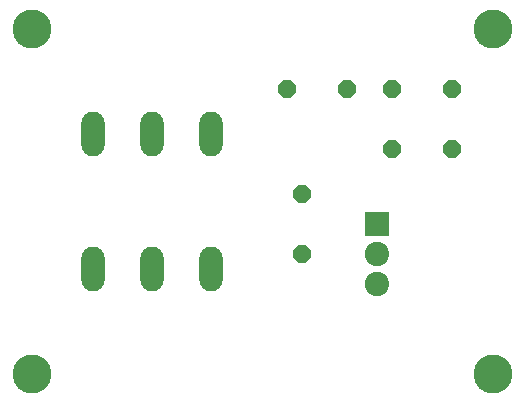
<source format=gbr>
%TF.GenerationSoftware,KiCad,Pcbnew,8.0.1-rc1*%
%TF.CreationDate,2024-04-19T00:03:43-05:00*%
%TF.ProjectId,voltage_converter,766f6c74-6167-4655-9f63-6f6e76657274,rev?*%
%TF.SameCoordinates,Original*%
%TF.FileFunction,Soldermask,Bot*%
%TF.FilePolarity,Negative*%
%FSLAX46Y46*%
G04 Gerber Fmt 4.6, Leading zero omitted, Abs format (unit mm)*
G04 Created by KiCad (PCBNEW 8.0.1-rc1) date 2024-04-19 00:03:43*
%MOMM*%
%LPD*%
G01*
G04 APERTURE LIST*
G04 Aperture macros list*
%AMRoundRect*
0 Rectangle with rounded corners*
0 $1 Rounding radius*
0 $2 $3 $4 $5 $6 $7 $8 $9 X,Y pos of 4 corners*
0 Add a 4 corners polygon primitive as box body*
4,1,4,$2,$3,$4,$5,$6,$7,$8,$9,$2,$3,0*
0 Add four circle primitives for the rounded corners*
1,1,$1+$1,$2,$3*
1,1,$1+$1,$4,$5*
1,1,$1+$1,$6,$7*
1,1,$1+$1,$8,$9*
0 Add four rect primitives between the rounded corners*
20,1,$1+$1,$2,$3,$4,$5,0*
20,1,$1+$1,$4,$5,$6,$7,0*
20,1,$1+$1,$6,$7,$8,$9,0*
20,1,$1+$1,$8,$9,$2,$3,0*%
%AMFreePoly0*
4,1,25,0.333266,0.742596,0.345389,0.732242,0.732242,0.345389,0.760749,0.289441,0.762000,0.273547,0.762000,-0.273547,0.742596,-0.333266,0.732242,-0.345389,0.345389,-0.732242,0.289441,-0.760749,0.273547,-0.762000,-0.273547,-0.762000,-0.333266,-0.742596,-0.345389,-0.732242,-0.732242,-0.345389,-0.760749,-0.289441,-0.762000,-0.273547,-0.762000,0.273547,-0.742596,0.333266,-0.732242,0.345389,
-0.345389,0.732242,-0.289441,0.760749,-0.273547,0.762000,0.273547,0.762000,0.333266,0.742596,0.333266,0.742596,$1*%
G04 Aperture macros list end*
%ADD10C,3.302000*%
%ADD11FreePoly0,270.000000*%
%ADD12FreePoly0,180.000000*%
%ADD13FreePoly0,0.000000*%
%ADD14C,2.063200*%
%ADD15RoundRect,0.101600X-0.930000X0.930000X-0.930000X-0.930000X0.930000X-0.930000X0.930000X0.930000X0*%
%ADD16O,1.993900X3.784600*%
G04 APERTURE END LIST*
D10*
%TO.C,@HOLE0*%
X128981100Y-90393600D03*
%TD*%
%TO.C,@HOLE1*%
X168000000Y-90393600D03*
%TD*%
%TO.C,@HOLE2*%
X128981100Y-119603600D03*
%TD*%
%TO.C,@HOLE3*%
X168000000Y-119603600D03*
%TD*%
D11*
%TO.C,R1*%
X151841100Y-109443600D03*
X151841100Y-104363600D03*
%TD*%
D12*
%TO.C,R2*%
X159461100Y-100553600D03*
X164541100Y-100553600D03*
%TD*%
D13*
%TO.C,R3*%
X164541100Y-95473600D03*
X159461100Y-95473600D03*
%TD*%
%TO.C,R4*%
X155651100Y-95473600D03*
X150571100Y-95473600D03*
%TD*%
D14*
%TO.C,VR1*%
X158191100Y-111983600D03*
X158191100Y-109443600D03*
D15*
X158191100Y-106903600D03*
%TD*%
D16*
%TO.C,X4*%
X134141100Y-110693600D03*
X139141100Y-110693600D03*
X144141100Y-110693600D03*
%TD*%
%TO.C,X5*%
X144141100Y-99303600D03*
X139141100Y-99303600D03*
X134141100Y-99303600D03*
%TD*%
M02*

</source>
